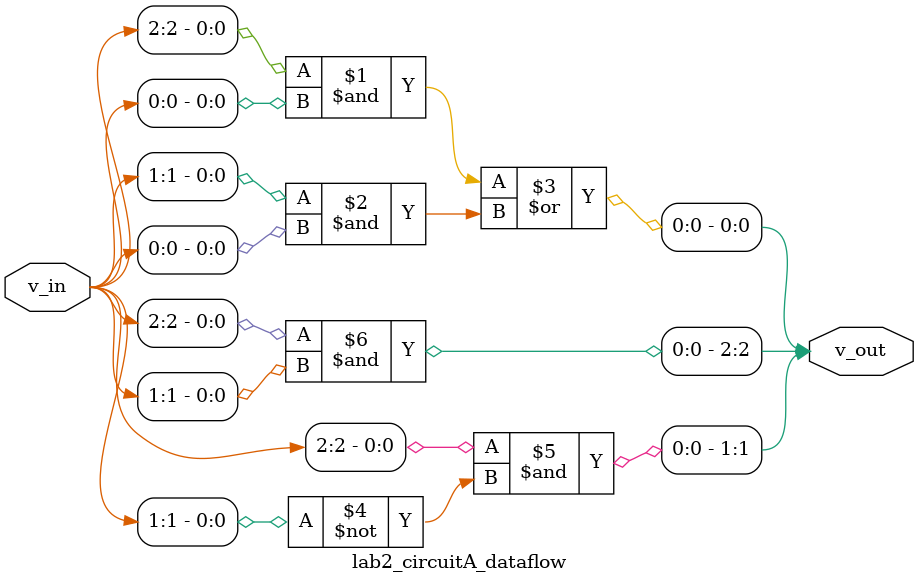
<source format=v>
`timescale 1ns / 1ps

module lab2_circuitA_dataflow(
    input [2:0] v_in,
    output [2:0] v_out
    );
        
	assign v_out[0] = (v_in[2] & v_in[0]) | (v_in[1] & v_in[0]); 
	assign v_out[1] = (v_in[2] & ~v_in[1]);
	assign v_out[2] = (v_in[2] & v_in[1]);

endmodule

</source>
